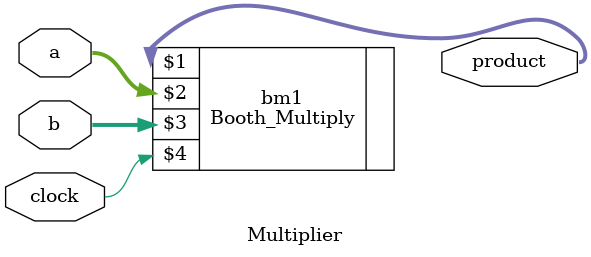
<source format=v>
module Multiplier(product,a,b,clock);
input [7:0]a,b;
input clock;
output [15:0] product;
Booth_Multiply bm1 (product,a,b,clock);
endmodule

						
</source>
